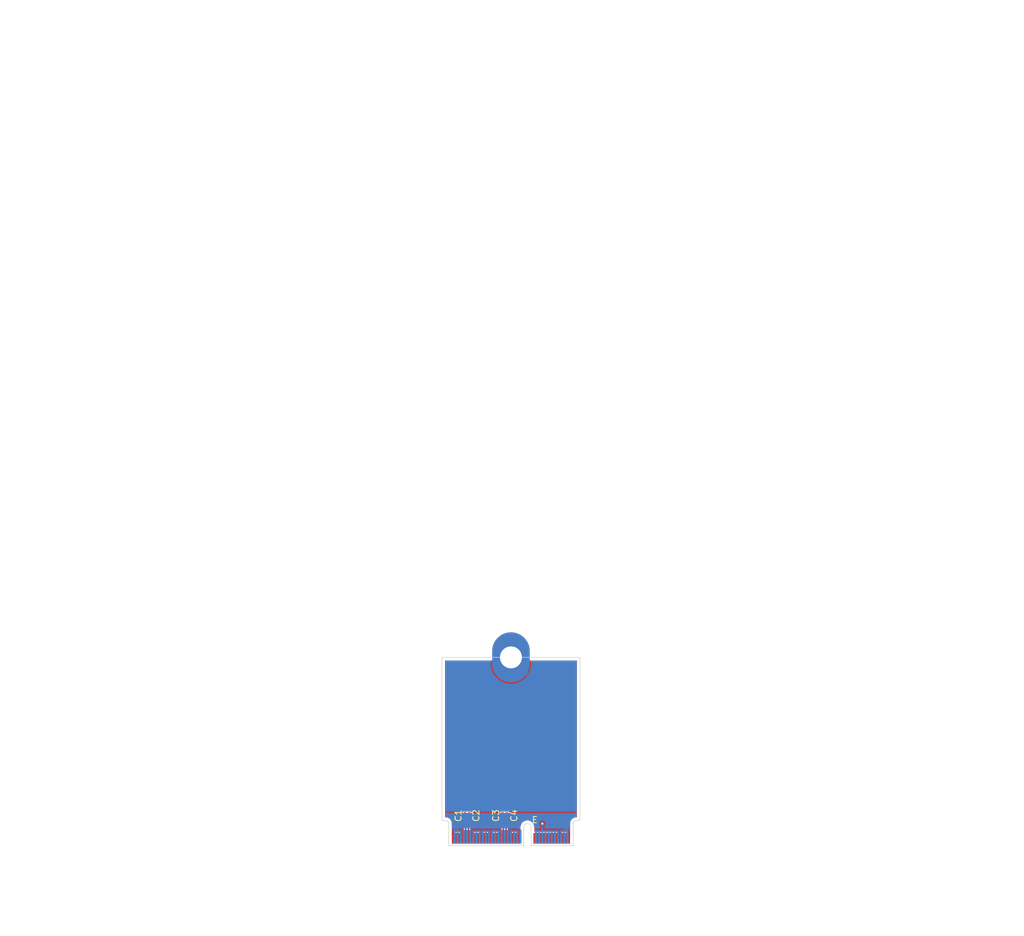
<source format=kicad_pcb>
(kicad_pcb (version 20241229) (generator "pcbnew") (generator_version "9.0")
  (layers (0 "F.Cu" signal) (2 "B.Cu" signal) (13 "F.Paste" user) (15 "B.Paste" user) (5 "F.SilkS" user "F.Silkscreen") (7 "B.SilkS" user "B.Silkscreen") (1 "F.Mask" user) (3 "B.Mask" user) (25 "Edge.Cuts" user))
  (net 0 "")
  (net 1 "/PET1-")
  (net 2 "/M.2 E Key/PET1N")
  (net 3 "/PET1+")
  (net 4 "/M.2 E Key/PET1P")
  (net 5 "/M.2 E Key/PET0N")
  (net 6 "/PET0-")
  (net 7 "/PET0+")
  (net 8 "/M.2 E Key/PET0P")
  (net 9 "GND")
  (net 11 "/UART_WAKE#")
  (net 12 "/I2S_SD_IN")
  (net 13 "/PEWAKE1#")
  (net 14 "/I2S_WS")
  (net 15 "/UART_TXD")
  (net 16 "/I2C_DATA")
  (net 17 "/USB_D-")
  (net 18 "/PEWAKE#")
  (net 19 "/SDIO__WAKE#")
  (net 20 "/ALERT#")
  (net 21 "/W_DISABLE2#")
  (net 23 "/PER1+")
  (net 24 "+3.3V")
  (net 26 "/SDIO_DATA3")
  (net 27 "/SDIO_DATA1")
  (net 28 "/LED#2")
  (net 29 "/SDIO_RESET#")
  (net 30 "/REFCLK0-")
  (net 31 "/CLKREQ0#")
  (net 33 "/REFCLK1-")
  (net 34 "/UART_RXD")
  (net 35 "/USB_D+")
  (net 36 "/SDIO_DATA2")
  (net 37 "/PER1-")
  (net 40 "/LED#1")
  (net 41 "/I2C_CLK")
  (net 42 "/UARD_RTS")
  (net 43 "/SUSCLK")
  (net 44 "/I2S_SCK")
  (net 45 "/SDIO_CLK")
  (net 46 "/PER0-")
  (net 47 "/UART_CTS")
  (net 48 "/CLKREQ1#")
  (net 49 "/SDIO_CMD")
  (net 50 "/SDIO_DATA0")
  (net 51 "/I2S_SD_OUT")
  (net 52 "/PERST0#")
  (net 54 "/REFCLK1+")
  (net 55 "/PERST1#")
  (net 56 "/REFCLK0+")
  (net 57 "/W_DISABLE1#")
  (net 58 "/PER0+")
  (footprint "Capacitor_SMD:C_0201_0603Metric" (layer "F.Cu") (at 103.36 155.11 90)
    (property "Reference" "C2" (at 0 1.09 90) (layer "F.SilkS"))
    (property "Value" "220nF")
    (pad "1" smd roundrect (at -0.32 0 90) (size 0.46 0.4) (layers "F.Cu" "F.Mask") (net 4 "/M.2 E Key/PET1P"))
    (pad "2" smd roundrect (at 0.32 0 90) (size 0.46 0.4) (layers "F.Cu" "F.Mask") (net 3 "/PET1+"))
  )
  (footprint "Capacitor_SMD:C_0201_0603Metric" (layer "F.Cu") (at 109.36 155.11 90)
    (property "Reference" "C4" (at 0 1.14 90) (layer "F.SilkS"))
    (property "Value" "220nF")
    (pad "1" smd roundrect (at -0.32 0 90) (size 0.46 0.4) (layers "F.Cu" "F.Mask") (net 8 "/M.2 E Key/PET0P"))
    (pad "2" smd roundrect (at 0.32 0 90) (size 0.46 0.4) (layers "F.Cu" "F.Mask") (net 7 "/PET0+"))
  )
  (footprint "Capacitor_SMD:C_0201_0603Metric" (layer "F.Cu") (at 102.66 155.11 90)
    (property "Reference" "C1" (at 0 -1.05 90) (layer "F.SilkS"))
    (property "Value" "220nF")
    (pad "1" smd roundrect (at -0.32 0 90) (size 0.46 0.4) (layers "F.Cu" "F.Mask") (net 2 "/M.2 E Key/PET1N"))
    (pad "2" smd roundrect (at 0.32 0 90) (size 0.46 0.4) (layers "F.Cu" "F.Mask") (net 1 "/PET1-"))
  )
  (footprint "Capacitor_SMD:C_0201_0603Metric" (layer "F.Cu") (at 108.66 155.11 90)
    (property "Reference" "C3" (at 0 -1.05 90) (layer "F.SilkS"))
    (property "Value" "220nF")
    (pad "1" smd roundrect (at -0.32 0 90) (size 0.46 0.4) (layers "F.Cu" "F.Mask") (net 5 "/M.2 E Key/PET0N"))
    (pad "2" smd roundrect (at 0.32 0 90) (size 0.46 0.4) (layers "F.Cu" "F.Mask") (net 6 "/PET0-"))
  )
  (footprint "Athena KiCAd library:M.2 Mounting Pad" (layer "F.Cu") (at 110.01 129.88)
    (property "Reference" "H1")
    (property "Value" "MountingHole_Pad")
    (pad "1" thru_hole circle (at 0 0) (size 5.5 5.5) (drill 3.5) (property pad_prop_castellated) (layers "*.Cu" "*.Mask") (net 9 "GND") (padstack (mode front_inner_back) (layer "Inner" (shape circle) (size 5.5 5.5)) (layer "B.Cu" (shape oval) (size 6 8))))
  )
  (footprint "PCIexpress:M.2 E Key Connector" (layer "F.Cu") (at 110.01 158.77)
    (property "Reference" "J1")
    (property "Value" "~")
    (fp_line (start -11 -2.89) (end -10.425 -2.89) (stroke (width 0.1)) (layer "Edge.Cuts"))
    (fp_line (start -9.925 -2.39) (end -9.925 1.11) (stroke (width 0.1)) (layer "Edge.Cuts"))
    (fp_line (start 2.02 -1.79) (end 2.02 1.11) (stroke (width 0.1)) (layer "Edge.Cuts"))
    (fp_line (start 2.02 1.11) (end -9.925 1.11) (stroke (width 0.1)) (layer "Edge.Cuts"))
    (fp_line (start 3.22 -1.79) (end 3.22 1.11) (stroke (width 0.1)) (layer "Edge.Cuts"))
    (fp_line (start 3.22 1.11) (end 9.925 1.11) (stroke (width 0.1)) (layer "Edge.Cuts"))
    (fp_line (start 9.925 -2.39) (end 9.925 1.11) (stroke (width 0.1)) (layer "Edge.Cuts"))
    (fp_line (start 10.425 -2.89) (end 11 -2.89) (stroke (width 0.1)) (layer "Edge.Cuts"))
    (fp_arc (start -10.425 -2.89) (mid -10.071447 -2.743553) (end -9.925 -2.39) (stroke (width 0.1)) (layer "Edge.Cuts"))
    (fp_arc (start 2.02 -1.79) (mid 2.62 -2.39) (end 3.22 -1.79) (stroke (width 0.1)) (layer "Edge.Cuts"))
    (fp_arc (start 9.925 -2.39) (mid 10.071447 -2.743553) (end 10.425 -2.89) (stroke (width 0.1)) (layer "Edge.Cuts"))
    (fp_text user "E" (at 3.245 -2.395 0) (layer "F.SilkS") (effects (justify left bottom)))
    (pad "1" smd rect (at 9.25 -0.04 180) (size 0.35 1.7) (layers "F.Cu") (net 9 "GND"))
    (pad "2" smd rect (at 9 -0.29 180) (size 0.35 2.2) (layers "B.Cu") (net 24 "+3.3V"))
    (pad "3" smd rect (at 8.75 -0.04 180) (size 0.35 1.7) (layers "F.Cu") (net 35 "/USB_D+"))
    (pad "4" smd rect (at 8.5 -0.29 180) (size 0.35 2.2) (layers "B.Cu") (net 24 "+3.3V"))
    (pad "5" smd rect (at 8.25 -0.04 180) (size 0.35 1.7) (layers "F.Cu") (net 17 "/USB_D-"))
    (pad "6" smd rect (at 8 -0.29 180) (size 0.35 2.2) (layers "B.Cu") (net 40 "/LED#1"))
    (pad "7" smd rect (at 7.75 -0.04 180) (size 0.35 1.7) (layers "F.Cu") (net 9 "GND"))
    (pad "8" smd rect (at 7.5 -0.29 180) (size 0.35 2.2) (layers "B.Cu") (net 44 "/I2S_SCK"))
    (pad "9" smd rect (at 7.25 -0.04 180) (size 0.35 1.7) (layers "F.Cu") (net 45 "/SDIO_CLK"))
    (pad "10" smd rect (at 7 -0.29 180) (size 0.35 2.2) (layers "B.Cu") (net 14 "/I2S_WS"))
    (pad "11" smd rect (at 6.75 -0.04 180) (size 0.35 1.7) (layers "F.Cu") (net 49 "/SDIO_CMD"))
    (pad "12" smd rect (at 6.5 -0.29 180) (size 0.35 2.2) (layers "B.Cu") (net 51 "/I2S_SD_OUT"))
    (pad "13" smd rect (at 6.25 -0.04 180) (size 0.35 1.7) (layers "F.Cu") (net 50 "/SDIO_DATA0"))
    (pad "14" smd rect (at 6 -0.29 180) (size 0.35 2.2) (layers "B.Cu") (net 12 "/I2S_SD_IN"))
    (pad "15" smd rect (at 5.75 -0.04 180) (size 0.35 1.7) (layers "F.Cu") (net 26 "/SDIO_DATA3"))
    (pad "16" smd rect (at 5.5 -0.29 180) (size 0.35 2.2) (layers "B.Cu") (net 28 "/LED#2"))
    (pad "17" smd rect (at 5.25 -0.04 180) (size 0.35 1.7) (layers "F.Cu") (net 36 "/SDIO_DATA2"))
    (pad "18" smd rect (at 5 -0.29 180) (size 0.35 2.2) (layers "B.Cu") (net 9 "GND"))
    (pad "19" smd rect (at 4.75 -0.04 180) (size 0.35 1.7) (layers "F.Cu") (net 27 "/SDIO_DATA1"))
    (pad "20" smd rect (at 4.5 -0.29 180) (size 0.35 2.2) (layers "B.Cu") (net 11 "/UART_WAKE#"))
    (pad "21" smd rect (at 4.25 -0.04 180) (size 0.35 1.7) (layers "F.Cu") (net 19 "/SDIO__WAKE#"))
    (pad "22" smd rect (at 4 -0.29 180) (size 0.35 2.2) (layers "B.Cu") (net 15 "/UART_TXD"))
    (pad "23" smd rect (at 3.75 -0.04 180) (size 0.35 1.7) (layers "F.Cu") (net 29 "/SDIO_RESET#"))
    (pad "32" smd rect (at 1.5 -0.29 180) (size 0.35 2.2) (layers "B.Cu") (net 34 "/UART_RXD"))
    (pad "33" smd rect (at 1.25 -0.04 180) (size 0.35 1.7) (layers "F.Cu") (net 9 "GND"))
    (pad "34" smd rect (at 1 -0.29 180) (size 0.35 2.2) (layers "B.Cu") (net 42 "/UARD_RTS"))
    (pad "35" smd rect (at 0.75 -0.04 180) (size 0.35 1.7) (layers "F.Cu") (net 46 "/PER0-"))
    (pad "36" smd rect (at 0.5 -0.29 180) (size 0.35 2.2) (layers "B.Cu") (net 47 "/UART_CTS"))
    (pad "37" smd rect (at 0.25 -0.04 180) (size 0.35 1.7) (layers "F.Cu") (net 58 "/PER0+"))
    (pad "38" smd rect (at 0 -0.29 180) (size 0.35 2.2) (layers "B.Cu"))
    (pad "39" smd rect (at -0.25 -0.04 180) (size 0.35 1.7) (layers "F.Cu") (net 9 "GND"))
    (pad "40" smd rect (at -0.5 -0.29 180) (size 0.35 2.2) (layers "B.Cu"))
    (pad "41" smd rect (at -0.75 -0.04 180) (size 0.35 1.7) (layers "F.Cu") (net 8 "/M.2 E Key/PET0P"))
    (pad "42" smd rect (at -1 -0.29 180) (size 0.35 2.2) (layers "B.Cu"))
    (pad "43" smd rect (at -1.25 -0.04 180) (size 0.35 1.7) (layers "F.Cu") (net 5 "/M.2 E Key/PET0N"))
    (pad "44" smd rect (at -1.5 -0.29 180) (size 0.35 2.2) (layers "B.Cu"))
    (pad "45" smd rect (at -1.75 -0.04 180) (size 0.35 1.7) (layers "F.Cu") (net 9 "GND"))
    (pad "46" smd rect (at -2 -0.29 180) (size 0.35 2.2) (layers "B.Cu"))
    (pad "47" smd rect (at -2.25 -0.04 180) (size 0.35 1.7) (layers "F.Cu") (net 56 "/REFCLK0+"))
    (pad "48" smd rect (at -2.5 -0.29 180) (size 0.35 2.2) (layers "B.Cu"))
    (pad "49" smd rect (at -2.75 -0.04 180) (size 0.35 1.7) (layers "F.Cu") (net 30 "/REFCLK0-"))
    (pad "50" smd rect (at -3 -0.29 180) (size 0.35 2.2) (layers "B.Cu") (net 43 "/SUSCLK"))
    (pad "51" smd rect (at -3.25 -0.04 180) (size 0.35 1.7) (layers "F.Cu") (net 9 "GND"))
    (pad "52" smd rect (at -3.5 -0.29 180) (size 0.35 2.2) (layers "B.Cu") (net 52 "/PERST0#"))
    (pad "53" smd rect (at -3.75 -0.04 180) (size 0.35 1.7) (layers "F.Cu") (net 31 "/CLKREQ0#"))
    (pad "54" smd rect (at -4 -0.29 180) (size 0.35 2.2) (layers "B.Cu") (net 21 "/W_DISABLE2#"))
    (pad "55" smd rect (at -4.25 -0.04 180) (size 0.35 1.7) (layers "F.Cu") (net 18 "/PEWAKE#"))
    (pad "56" smd rect (at -4.5 -0.29 180) (size 0.35 2.2) (layers "B.Cu") (net 57 "/W_DISABLE1#"))
    (pad "57" smd rect (at -4.75 -0.04 180) (size 0.35 1.7) (layers "F.Cu") (net 9 "GND"))
    (pad "58" smd rect (at -5 -0.29 180) (size 0.35 2.2) (layers "B.Cu") (net 16 "/I2C_DATA"))
    (pad "59" smd rect (at -5.25 -0.04 180) (size 0.35 1.7) (layers "F.Cu") (net 23 "/PER1+"))
    (pad "60" smd rect (at -5.5 -0.29 180) (size 0.35 2.2) (layers "B.Cu") (net 41 "/I2C_CLK"))
    (pad "61" smd rect (at -5.75 -0.04 180) (size 0.35 1.7) (layers "F.Cu") (net 37 "/PER1-"))
    (pad "62" smd rect (at -6 -0.29 180) (size 0.35 2.2) (layers "B.Cu") (net 20 "/ALERT#"))
    (pad "63" smd rect (at -6.25 -0.04 180) (size 0.35 1.7) (layers "F.Cu") (net 9 "GND"))
    (pad "64" smd rect (at -6.5 -0.29 180) (size 0.35 2.2) (layers "B.Cu"))
    (pad "65" smd rect (at -6.75 -0.04 180) (size 0.35 1.7) (layers "F.Cu") (net 4 "/M.2 E Key/PET1P"))
    (pad "66" smd rect (at -7 -0.29 180) (size 0.35 2.2) (layers "B.Cu") (net 55 "/PERST1#"))
    (pad "67" smd rect (at -7.25 -0.04 180) (size 0.35 1.7) (layers "F.Cu") (net 2 "/M.2 E Key/PET1N"))
    (pad "68" smd rect (at -7.5 -0.29 180) (size 0.35 2.2) (layers "B.Cu") (net 48 "/CLKREQ1#"))
    (pad "69" smd rect (at -7.75 -0.04 180) (size 0.35 1.7) (layers "F.Cu") (net 9 "GND"))
    (pad "70" smd rect (at -8 -0.29 180) (size 0.35 2.2) (layers "B.Cu") (net 13 "/PEWAKE1#"))
    (pad "71" smd rect (at -8.25 -0.04 180) (size 0.35 1.7) (layers "F.Cu") (net 54 "/REFCLK1+"))
    (pad "72" smd rect (at -8.5 -0.29 180) (size 0.35 2.2) (layers "B.Cu") (net 24 "+3.3V"))
    (pad "73" smd rect (at -8.75 -0.04 180) (size 0.35 1.7) (layers "F.Cu") (net 33 "/REFCLK1-"))
    (pad "74" smd rect (at -9 -0.29 180) (size 0.35 2.2) (layers "B.Cu") (net 24 "+3.3V"))
    (pad "75" smd rect (at -9.25 -0.04 180) (size 0.35 1.7) (layers "F.Cu") (net 9 "GND"))
  )
  (gr_line (start 121.01 155.88) (end 121.01 129.88) (stroke (width 0.1)) (layer "Edge.Cuts"))
  (gr_line (start 121.01 129.88) (end 99.01 129.88) (stroke (width 0.1)) (layer "Edge.Cuts"))
  (gr_line (start 99.01 129.88) (end 99.01 155.88) (stroke (width 0.1)) (layer "Edge.Cuts"))
  (segment (start 102.785 157.429999) (end 102.785 155.900001) (width 0.2) (layer "F.Cu") (net 2))
  (segment (start 102.76 158.73) (end 102.76 157.454999) (width 0.2) (layer "F.Cu") (net 2))
  (segment (start 102.66 155.775001) (end 102.66 155.43) (width 0.2) (layer "F.Cu") (net 2))
  (segment (start 102.785 155.900001) (end 102.66 155.775001) (width 0.2) (layer "F.Cu") (net 2))
  (segment (start 102.76 157.454999) (end 102.785 157.429999) (width 0.2) (layer "F.Cu") (net 2))
  (segment (start 103.26 157.454999) (end 103.235 157.429999) (width 0.2) (layer "F.Cu") (net 4))
  (segment (start 103.235 155.900001) (end 103.36 155.775001) (width 0.2) (layer "F.Cu") (net 4))
  (segment (start 103.36 155.775001) (end 103.36 155.43) (width 0.2) (layer "F.Cu") (net 4))
  (segment (start 103.26 158.73) (end 103.26 157.454999) (width 0.2) (layer "F.Cu") (net 4))
  (segment (start 103.235 157.429999) (end 103.235 155.900001) (width 0.2) (layer "F.Cu") (net 4))
  (segment (start 108.76 157.454999) (end 108.785 157.429999) (width 0.2) (layer "F.Cu") (net 5))
  (segment (start 108.66 155.775001) (end 108.66 155.43) (width 0.2) (layer "F.Cu") (net 5))
  (segment (start 108.785 157.429999) (end 108.785 155.900001) (width 0.2) (layer "F.Cu") (net 5))
  (segment (start 108.785 155.900001) (end 108.66 155.775001) (width 0.2) (layer "F.Cu") (net 5))
  (segment (start 108.76 158.73) (end 108.76 157.454999) (width 0.2) (layer "F.Cu") (net 5))
  (segment (start 109.26 158.73) (end 109.26 157.454999) (width 0.2) (layer "F.Cu") (net 8))
  (segment (start 109.36 155.775001) (end 109.36 155.43) (width 0.2) (layer "F.Cu") (net 8))
  (segment (start 109.235 155.900001) (end 109.36 155.775001) (width 0.2) (layer "F.Cu") (net 8))
  (segment (start 109.235 157.429999) (end 109.235 155.900001) (width 0.2) (layer "F.Cu") (net 8))
  (segment (start 109.26 157.454999) (end 109.235 157.429999) (width 0.2) (layer "F.Cu") (net 8))
  (via (at 115.01 156.39) (size 0.6) (drill 0.3) (layers "F.Cu" "B.Cu") (net 9))
  (segment (start 115.01 156.39) (end 115.01 158.48) (width 0.2) (layer "B.Cu") (net 9))
  (zone (net 9) (net_name "GND") (layers "F.Cu" "B.Cu") (connect_pads (clearance 0.2)) (min_thickness 0.15) (fill yes (thermal_gap 0.2) (thermal_bridge_width 0.35))
    (polygon (pts (xy 95.01 158.41) (xy 95.01 49.88) (xy 125.01 49.88) (xy 125.01 158.41)))
  )
  (zone (net 24) (net_name "+3.3V") (layer "B.Cu") (priority 1) (connect_pads (clearance 0.2)) (min_thickness 0.15) (fill yes (thermal_gap 0.2) (thermal_bridge_width 0.35))
    (polygon (pts (xy 121.01 158.41) (xy 121.01 154.68) (xy 99.01 154.68) (xy 99.01 158.41)))
  )
)
</source>
